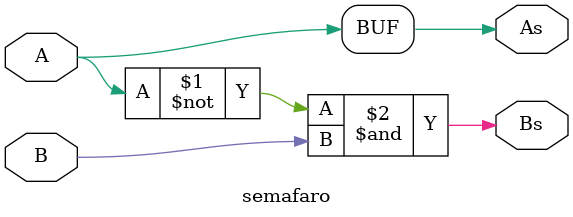
<source format=v>
module semafaro(A, B, As, Bs);

    input A, B;
    output As, Bs;

    assign As = A;
    assign Bs = ~A & B;

endmodule

</source>
